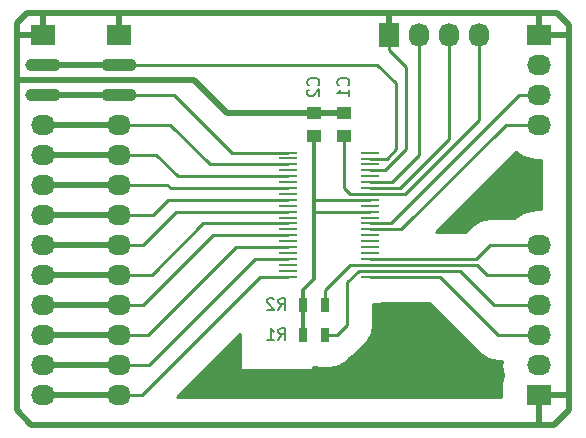
<source format=gbr>
G04 #@! TF.FileFunction,Copper,L2,Bot,Signal*
%FSLAX46Y46*%
G04 Gerber Fmt 4.6, Leading zero omitted, Abs format (unit mm)*
G04 Created by KiCad (PCBNEW 4.0.4+e1-6308~48~ubuntu16.04.1-stable) date Thu Nov 17 16:07:10 2016*
%MOMM*%
%LPD*%
G01*
G04 APERTURE LIST*
%ADD10C,0.100000*%
%ADD11C,0.200000*%
%ADD12R,1.250000X1.000000*%
%ADD13R,2.032000X1.727200*%
%ADD14O,3.000000X1.100000*%
%ADD15O,2.032000X1.727200*%
%ADD16R,1.727200X2.032000*%
%ADD17O,1.727200X2.032000*%
%ADD18R,1.498600X0.248920*%
%ADD19R,0.700000X1.300000*%
%ADD20C,0.500000*%
%ADD21C,0.250000*%
%ADD22C,0.300000*%
%ADD23C,0.254000*%
G04 APERTURE END LIST*
D10*
D11*
X146407143Y-108418334D02*
X146454762Y-108370715D01*
X146502381Y-108227858D01*
X146502381Y-108132620D01*
X146454762Y-107989762D01*
X146359524Y-107894524D01*
X146264286Y-107846905D01*
X146073810Y-107799286D01*
X145930952Y-107799286D01*
X145740476Y-107846905D01*
X145645238Y-107894524D01*
X145550000Y-107989762D01*
X145502381Y-108132620D01*
X145502381Y-108227858D01*
X145550000Y-108370715D01*
X145597619Y-108418334D01*
X145597619Y-108799286D02*
X145550000Y-108846905D01*
X145502381Y-108942143D01*
X145502381Y-109180239D01*
X145550000Y-109275477D01*
X145597619Y-109323096D01*
X145692857Y-109370715D01*
X145788095Y-109370715D01*
X145930952Y-109323096D01*
X146502381Y-108751667D01*
X146502381Y-109370715D01*
X148947143Y-108418334D02*
X148994762Y-108370715D01*
X149042381Y-108227858D01*
X149042381Y-108132620D01*
X148994762Y-107989762D01*
X148899524Y-107894524D01*
X148804286Y-107846905D01*
X148613810Y-107799286D01*
X148470952Y-107799286D01*
X148280476Y-107846905D01*
X148185238Y-107894524D01*
X148090000Y-107989762D01*
X148042381Y-108132620D01*
X148042381Y-108227858D01*
X148090000Y-108370715D01*
X148137619Y-108418334D01*
X149042381Y-109370715D02*
X149042381Y-108799286D01*
X149042381Y-109085000D02*
X148042381Y-109085000D01*
X148185238Y-108989762D01*
X148280476Y-108894524D01*
X148328095Y-108799286D01*
X143041666Y-129992381D02*
X143375000Y-129516190D01*
X143613095Y-129992381D02*
X143613095Y-128992381D01*
X143232142Y-128992381D01*
X143136904Y-129040000D01*
X143089285Y-129087619D01*
X143041666Y-129182857D01*
X143041666Y-129325714D01*
X143089285Y-129420952D01*
X143136904Y-129468571D01*
X143232142Y-129516190D01*
X143613095Y-129516190D01*
X142089285Y-129992381D02*
X142660714Y-129992381D01*
X142375000Y-129992381D02*
X142375000Y-128992381D01*
X142470238Y-129135238D01*
X142565476Y-129230476D01*
X142660714Y-129278095D01*
X143041666Y-127452381D02*
X143375000Y-126976190D01*
X143613095Y-127452381D02*
X143613095Y-126452381D01*
X143232142Y-126452381D01*
X143136904Y-126500000D01*
X143089285Y-126547619D01*
X143041666Y-126642857D01*
X143041666Y-126785714D01*
X143089285Y-126880952D01*
X143136904Y-126928571D01*
X143232142Y-126976190D01*
X143613095Y-126976190D01*
X142660714Y-126547619D02*
X142613095Y-126500000D01*
X142517857Y-126452381D01*
X142279761Y-126452381D01*
X142184523Y-126500000D01*
X142136904Y-126547619D01*
X142089285Y-126642857D01*
X142089285Y-126738095D01*
X142136904Y-126880952D01*
X142708333Y-127452381D01*
X142089285Y-127452381D01*
D12*
X148590000Y-110760000D03*
X148590000Y-112760000D03*
X146050000Y-112760000D03*
X146050000Y-110760000D03*
D13*
X123143333Y-104140000D03*
D14*
X123143333Y-106680000D03*
X123143333Y-109220000D03*
D15*
X123143333Y-111760000D03*
X123143333Y-114300000D03*
X123143333Y-116840000D03*
X123143333Y-119380000D03*
X123143333Y-121920000D03*
X123143333Y-124460000D03*
X123143333Y-127000000D03*
X123143333Y-129540000D03*
X123143333Y-132080000D03*
X123143333Y-134620000D03*
D16*
X152400000Y-104140000D03*
D17*
X154940000Y-104140000D03*
X157480000Y-104140000D03*
X160020000Y-104140000D03*
D13*
X165100000Y-104140000D03*
D15*
X165100000Y-106680000D03*
X165100000Y-109220000D03*
X165100000Y-111760000D03*
D13*
X165100000Y-134620000D03*
D15*
X165100000Y-132080000D03*
X165100000Y-129540000D03*
X165100000Y-127000000D03*
X165100000Y-124460000D03*
X165100000Y-121920000D03*
D13*
X129540000Y-104140000D03*
D14*
X129540000Y-106680000D03*
X129540000Y-109220000D03*
D15*
X129540000Y-111760000D03*
X129540000Y-114300000D03*
X129540000Y-116840000D03*
X129540000Y-119380000D03*
X129540000Y-121920000D03*
X129540000Y-124460000D03*
X129540000Y-127000000D03*
X129540000Y-129540000D03*
X129540000Y-132080000D03*
X129540000Y-134620000D03*
D18*
X143817340Y-124627640D03*
X143817340Y-124127260D03*
X143817340Y-123629420D03*
X143817340Y-123129040D03*
X143817340Y-122628660D03*
X143817340Y-122128280D03*
X143817340Y-121627900D03*
X143817340Y-121127520D03*
X143817340Y-120627140D03*
X143817340Y-120129300D03*
X143817340Y-119628920D03*
X143817340Y-119128540D03*
X143817340Y-118628160D03*
X143817340Y-118127780D03*
X143817340Y-117627400D03*
X143817340Y-117129560D03*
X143817340Y-116629180D03*
X143817340Y-116128800D03*
X143817340Y-115628420D03*
X143817340Y-115128040D03*
X143817340Y-114627660D03*
X143817340Y-114127280D03*
X150822660Y-114129820D03*
X150822660Y-114630200D03*
X150822660Y-115130580D03*
X150822660Y-115630960D03*
X150822660Y-116128800D03*
X150822660Y-116629180D03*
X150822660Y-117129560D03*
X150822660Y-117629940D03*
X150822660Y-118130320D03*
X150822660Y-118630700D03*
X150822660Y-119131080D03*
X150822660Y-119628920D03*
X150822660Y-120129300D03*
X150822660Y-120629680D03*
X150822660Y-121130060D03*
X150822660Y-121630440D03*
X150822660Y-122130820D03*
X150822660Y-122631200D03*
X150822660Y-123129040D03*
X150822660Y-123629420D03*
X150822660Y-124129800D03*
X150822660Y-124630180D03*
D19*
X147000000Y-129540000D03*
X145100000Y-129540000D03*
X147000000Y-127000000D03*
X145100000Y-127000000D03*
D20*
X146050000Y-110760000D02*
X148590000Y-110760000D01*
X138700000Y-110760000D02*
X146050000Y-110760000D01*
X122132064Y-137160000D02*
X165100000Y-137160000D01*
X165100000Y-137160000D02*
X166370000Y-137160000D01*
X165100000Y-134620000D02*
X165100000Y-137160000D01*
X167640000Y-135890000D02*
X167640000Y-134620000D01*
X167640000Y-134620000D02*
X167640000Y-104140000D01*
X165100000Y-134620000D02*
X167640000Y-134620000D01*
X120901705Y-107950000D02*
X120901705Y-135929641D01*
X120901705Y-135929641D02*
X122132064Y-137160000D01*
X166370000Y-137160000D02*
X167640000Y-135890000D01*
X167640000Y-104140000D02*
X167640000Y-103367226D01*
X165100000Y-104140000D02*
X167640000Y-104140000D01*
X166607927Y-102335153D02*
X165100000Y-102335153D01*
X165100000Y-102335153D02*
X152400611Y-102335153D01*
X165100000Y-104140000D02*
X165100000Y-102335153D01*
X167640000Y-103367226D02*
X166607927Y-102335153D01*
X152400611Y-102335153D02*
X152400000Y-102335764D01*
X120901705Y-107950000D02*
X120901705Y-104140000D01*
X120901705Y-104140000D02*
X120901705Y-103192798D01*
X123143333Y-104140000D02*
X120901705Y-104140000D01*
X121758739Y-102335764D02*
X123190000Y-102335764D01*
X123190000Y-102335764D02*
X129540000Y-102335764D01*
X123143333Y-104140000D02*
X123143333Y-102382431D01*
X123143333Y-102382431D02*
X123190000Y-102335764D01*
X129540000Y-102335764D02*
X152400000Y-102335764D01*
X129540000Y-104140000D02*
X129540000Y-102335764D01*
X138700000Y-110760000D02*
X135890000Y-107950000D01*
X152400000Y-102335764D02*
X152400000Y-104140000D01*
X135890000Y-107950000D02*
X120901705Y-107950000D01*
X120901705Y-103192798D02*
X121758739Y-102335764D01*
X165252400Y-104140000D02*
X165100000Y-104140000D01*
X165100000Y-134620000D02*
X165252400Y-134620000D01*
X165100000Y-103598457D02*
X165100000Y-104140000D01*
D21*
X152400000Y-105406000D02*
X152400000Y-104140000D01*
X153850043Y-106856043D02*
X152400000Y-105406000D01*
X152069877Y-115630960D02*
X153850043Y-113850794D01*
X150822660Y-115630960D02*
X152069877Y-115630960D01*
X153850043Y-113850794D02*
X153850043Y-106856043D01*
X148590000Y-112760000D02*
X148590000Y-117152595D01*
X148590000Y-117152595D02*
X149067345Y-117629940D01*
X149067345Y-117629940D02*
X150822660Y-117629940D01*
X160020000Y-104140000D02*
X160020000Y-111330163D01*
X160020000Y-111330163D02*
X153720223Y-117629940D01*
X153720223Y-117629940D02*
X151821960Y-117629940D01*
X151821960Y-117629940D02*
X150822660Y-117629940D01*
D22*
X145100000Y-127000000D02*
X145100000Y-129540000D01*
X145100000Y-125796000D02*
X145100000Y-127000000D01*
X146050000Y-119126000D02*
X146050000Y-124846000D01*
X146050000Y-124846000D02*
X145100000Y-125796000D01*
X146050000Y-118110000D02*
X146050000Y-119126000D01*
D21*
X150822660Y-119131080D02*
X146055080Y-119131080D01*
X146055080Y-119131080D02*
X146050000Y-119126000D01*
D22*
X146050000Y-112760000D02*
X146050000Y-118110000D01*
D21*
X146070320Y-118130320D02*
X146050000Y-118110000D01*
X150822660Y-118130320D02*
X146070320Y-118130320D01*
X150822660Y-114630200D02*
X152195880Y-114630200D01*
X152195880Y-114630200D02*
X152972077Y-113854003D01*
X152972077Y-113854003D02*
X152972077Y-108267824D01*
X152972077Y-108267824D02*
X151384253Y-106680000D01*
X151384253Y-106680000D02*
X130806000Y-106680000D01*
X130806000Y-106680000D02*
X129540000Y-106680000D01*
D20*
X129540000Y-106680000D02*
X123143333Y-106680000D01*
X129540000Y-109220000D02*
X123143333Y-109220000D01*
D21*
X129540000Y-109220000D02*
X134169815Y-109220000D01*
X134169815Y-109220000D02*
X139077095Y-114127280D01*
X139077095Y-114127280D02*
X143817340Y-114127280D01*
D20*
X129540000Y-111760000D02*
X123143333Y-111760000D01*
D21*
X129540000Y-111760000D02*
X133868954Y-111760000D01*
X133868954Y-111760000D02*
X137236994Y-115128040D01*
X137236994Y-115128040D02*
X142818040Y-115128040D01*
X142818040Y-115128040D02*
X143817340Y-115128040D01*
D20*
X129540000Y-114300000D02*
X123143333Y-114300000D01*
D21*
X129540000Y-114300000D02*
X132718071Y-114300000D01*
X132718071Y-114300000D02*
X134546871Y-116128800D01*
X142818040Y-116128800D02*
X143817340Y-116128800D01*
X134546871Y-116128800D02*
X142818040Y-116128800D01*
D20*
X123143333Y-116840000D02*
X129540000Y-116840000D01*
D21*
X129540000Y-116840000D02*
X133625135Y-116840000D01*
X133625135Y-116840000D02*
X133914695Y-117129560D01*
X133914695Y-117129560D02*
X142818040Y-117129560D01*
X142818040Y-117129560D02*
X143817340Y-117129560D01*
D20*
X129540000Y-119380000D02*
X123143333Y-119380000D01*
D21*
X129540000Y-119380000D02*
X132422495Y-119380000D01*
X132422495Y-119380000D02*
X133674715Y-118127780D01*
X133674715Y-118127780D02*
X142818040Y-118127780D01*
X142818040Y-118127780D02*
X143817340Y-118127780D01*
D20*
X123143333Y-121920000D02*
X129540000Y-121920000D01*
D21*
X129540000Y-121920000D02*
X131595990Y-121920000D01*
X142818040Y-119128540D02*
X143817340Y-119128540D01*
X131595990Y-121920000D02*
X134387450Y-119128540D01*
X134387450Y-119128540D02*
X142818040Y-119128540D01*
D20*
X129540000Y-124460000D02*
X128024000Y-124460000D01*
X128024000Y-124460000D02*
X123143333Y-124460000D01*
D21*
X129540000Y-124460000D02*
X132302987Y-124460000D01*
X132302987Y-124460000D02*
X136633687Y-120129300D01*
X136633687Y-120129300D02*
X142818040Y-120129300D01*
X142818040Y-120129300D02*
X143817340Y-120129300D01*
D20*
X123143333Y-127000000D02*
X129540000Y-127000000D01*
D21*
X129540000Y-127000000D02*
X131595990Y-127000000D01*
X137468470Y-121127520D02*
X142818040Y-121127520D01*
X131595990Y-127000000D02*
X137468470Y-121127520D01*
X142818040Y-121127520D02*
X143817340Y-121127520D01*
D20*
X129540000Y-129540000D02*
X123143333Y-129540000D01*
D21*
X129540000Y-129540000D02*
X132021189Y-129540000D01*
X132021189Y-129540000D02*
X139432909Y-122128280D01*
X139432909Y-122128280D02*
X142818040Y-122128280D01*
X142818040Y-122128280D02*
X143817340Y-122128280D01*
D20*
X123143333Y-132080000D02*
X129540000Y-132080000D01*
D21*
X132080000Y-132080000D02*
X141030960Y-123129040D01*
X141030960Y-123129040D02*
X143817340Y-123129040D01*
X129540000Y-132080000D02*
X132080000Y-132080000D01*
D20*
X129540000Y-134620000D02*
X128024000Y-134620000D01*
X128024000Y-134620000D02*
X123143333Y-134620000D01*
D21*
X129540000Y-134620000D02*
X131464494Y-134620000D01*
X131464494Y-134620000D02*
X141456854Y-124627640D01*
X141456854Y-124627640D02*
X143817340Y-124627640D01*
X154940000Y-104140000D02*
X154940000Y-114356198D01*
X152667018Y-116629180D02*
X150822660Y-116629180D01*
X154940000Y-114356198D02*
X152667018Y-116629180D01*
X157480000Y-104140000D02*
X157480000Y-112949420D01*
X157480000Y-112949420D02*
X153299860Y-117129560D01*
X153299860Y-117129560D02*
X151821960Y-117129560D01*
X151821960Y-117129560D02*
X150822660Y-117129560D01*
X165100000Y-109220000D02*
X163392352Y-109220000D01*
X163392352Y-109220000D02*
X152533971Y-120078381D01*
X152533971Y-120078381D02*
X150873579Y-120078381D01*
X150873579Y-120078381D02*
X150822660Y-120129300D01*
X165100000Y-111760000D02*
X162297888Y-111760000D01*
X162297888Y-111760000D02*
X153428208Y-120629680D01*
X151821960Y-120629680D02*
X150822660Y-120629680D01*
X153428208Y-120629680D02*
X151821960Y-120629680D01*
X150822660Y-123629420D02*
X149093337Y-123629420D01*
X149093337Y-123629420D02*
X147000000Y-125722757D01*
X147000000Y-125722757D02*
X147000000Y-127000000D01*
X165100000Y-129540000D02*
X161631189Y-129540000D01*
X161631189Y-129540000D02*
X156721369Y-124630180D01*
X156721369Y-124630180D02*
X150822660Y-124630180D01*
X165100000Y-124460000D02*
X160691121Y-124460000D01*
X160691121Y-124460000D02*
X159860541Y-123629420D01*
X159860541Y-123629420D02*
X151821960Y-123629420D01*
X151821960Y-123629420D02*
X150822660Y-123629420D01*
X150822660Y-124129800D02*
X149823360Y-124129800D01*
X149823360Y-124129800D02*
X148833002Y-125120158D01*
X148833002Y-125120158D02*
X148833002Y-128688089D01*
X148833002Y-128688089D02*
X147981091Y-129540000D01*
X147981091Y-129540000D02*
X147000000Y-129540000D01*
X165100000Y-127000000D02*
X161311842Y-127000000D01*
X161311842Y-127000000D02*
X158441642Y-124129800D01*
X158441642Y-124129800D02*
X151821960Y-124129800D01*
X151821960Y-124129800D02*
X150822660Y-124129800D01*
X165100000Y-121920000D02*
X160960414Y-121920000D01*
X160960414Y-121920000D02*
X159751374Y-123129040D01*
X159751374Y-123129040D02*
X151821960Y-123129040D01*
X151821960Y-123129040D02*
X150822660Y-123129040D01*
D23*
G36*
X160038785Y-131132404D02*
X160769386Y-131620577D01*
X161631189Y-131792000D01*
X161952712Y-131792000D01*
X161895425Y-132080000D01*
X162073509Y-132975290D01*
X161915330Y-133756400D01*
X161915330Y-134783000D01*
X134486302Y-134783000D01*
X139771810Y-129497492D01*
X139771810Y-132567000D01*
X145978191Y-132567000D01*
X145978191Y-132259284D01*
X146072027Y-132241627D01*
X146650000Y-132358670D01*
X147350000Y-132358670D01*
X148138219Y-132210356D01*
X148862150Y-131744520D01*
X149034157Y-131492779D01*
X149573495Y-131132404D01*
X150425406Y-130280494D01*
X150913579Y-129549892D01*
X150959895Y-129317046D01*
X151085002Y-128688089D01*
X151085002Y-126923310D01*
X151571960Y-126923310D01*
X151790547Y-126882180D01*
X155788561Y-126882180D01*
X160038785Y-131132404D01*
X160038785Y-131132404D01*
G37*
X160038785Y-131132404D02*
X160769386Y-131620577D01*
X161631189Y-131792000D01*
X161952712Y-131792000D01*
X161895425Y-132080000D01*
X162073509Y-132975290D01*
X161915330Y-133756400D01*
X161915330Y-134783000D01*
X134486302Y-134783000D01*
X139771810Y-129497492D01*
X139771810Y-132567000D01*
X145978191Y-132567000D01*
X145978191Y-132259284D01*
X146072027Y-132241627D01*
X146650000Y-132358670D01*
X147350000Y-132358670D01*
X148138219Y-132210356D01*
X148862150Y-131744520D01*
X149034157Y-131492779D01*
X149573495Y-131132404D01*
X150425406Y-130280494D01*
X150913579Y-129549892D01*
X150959895Y-129317046D01*
X151085002Y-128688089D01*
X151085002Y-126923310D01*
X151571960Y-126923310D01*
X151790547Y-126882180D01*
X155788561Y-126882180D01*
X160038785Y-131132404D01*
G36*
X163741572Y-114522954D02*
X164886025Y-114750600D01*
X165263000Y-114750600D01*
X165263000Y-118929400D01*
X164886025Y-118929400D01*
X163741572Y-119157046D01*
X162976874Y-119668000D01*
X160960414Y-119668000D01*
X160120093Y-119835150D01*
X160098611Y-119839423D01*
X159368010Y-120327595D01*
X158818565Y-120877040D01*
X156365656Y-120877040D01*
X163129030Y-114113667D01*
X163741572Y-114522954D01*
X163741572Y-114522954D01*
G37*
X163741572Y-114522954D02*
X164886025Y-114750600D01*
X165263000Y-114750600D01*
X165263000Y-118929400D01*
X164886025Y-118929400D01*
X163741572Y-119157046D01*
X162976874Y-119668000D01*
X160960414Y-119668000D01*
X160120093Y-119835150D01*
X160098611Y-119839423D01*
X159368010Y-120327595D01*
X158818565Y-120877040D01*
X156365656Y-120877040D01*
X163129030Y-114113667D01*
X163741572Y-114522954D01*
M02*

</source>
